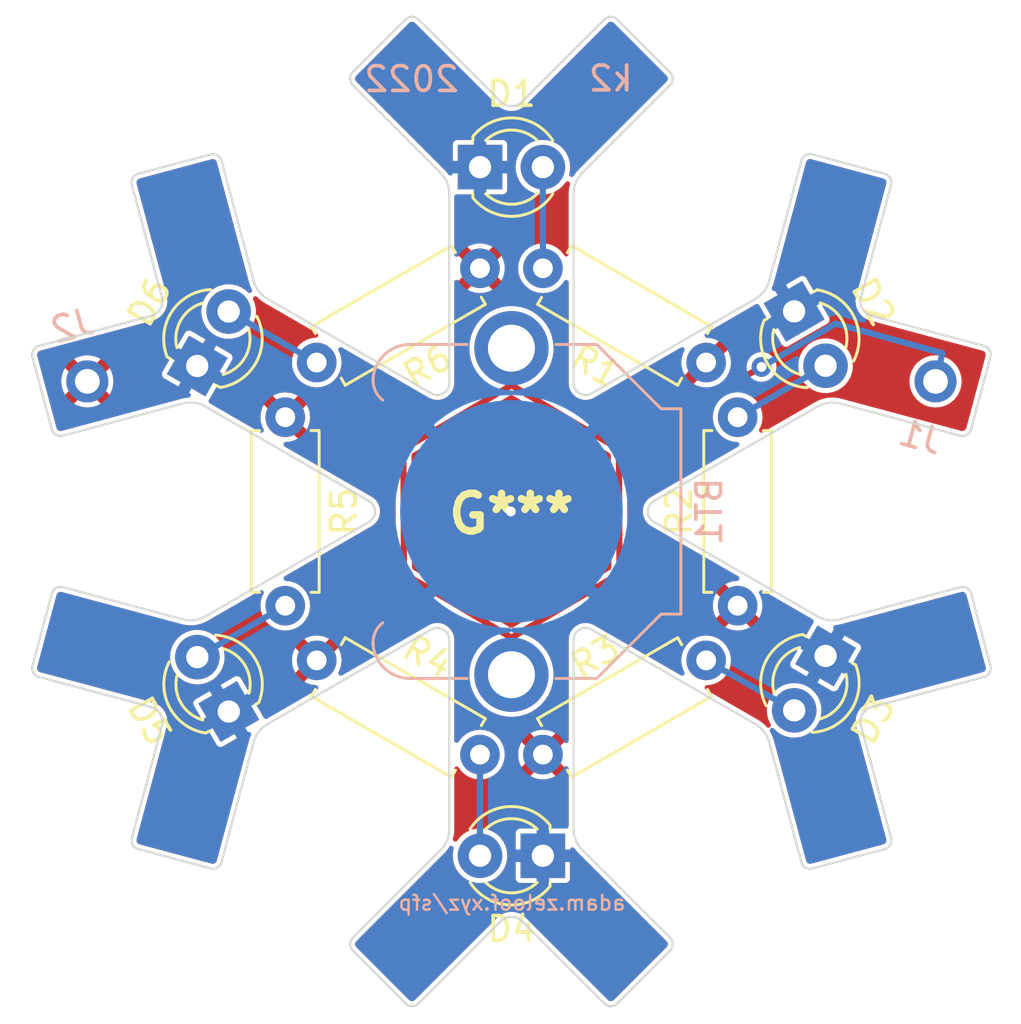
<source format=kicad_pcb>
(kicad_pcb (version 20211014) (generator pcbnew)
  (layers (0 "F.Cu" signal) (31 "B.Cu" signal) (34 "B.Paste" user) (35 "F.Paste" user) (36 "B.SilkS" user "B.Silkscreen") (37 "F.SilkS" user "F.Silkscreen") (38 "B.Mask" user) (39 "F.Mask" user) (44 "Edge.Cuts" user))
  (net 0 "")
  (net 1 "GND")
  (net 2 "Net-(D1-Pad2)")
  (net 3 "Net-(D2-Pad2)")
  (net 4 "Net-(D3-Pad2)")
  (net 5 "Net-(D4-Pad2)")
  (net 6 "Net-(D5-Pad2)")
  (net 7 "Net-(D6-Pad2)")
  (net 8 "VCC")
  (net 9 "Net-(BT1-Pad1)")
  (footprint "LED_THT:LED_D3.0mm" (layer "F.Cu") (at 157.48 82.042 -120)
    (fp_text reference "D3" (at 1.27 -2.96 60) (layer "F.SilkS"))
    (fp_text value "LED")
    (fp_line (start -0.29 -1.236) (end -0.29 -1.08) (layer "F.SilkS") (width 0.12))
    (fp_line (start -0.29 1.08) (end -0.29 1.236) (layer "F.SilkS") (width 0.12))
    (fp_arc (start 2.31113 1.079837) (mid 1.270117 1.5) (end 0.229039 1.08) (layer "F.SilkS") (width 0.12))
    (fp_arc (start -0.29 -1.235516) (mid 1.366488 -1.987659) (end 2.942335 -1.078608) (layer "F.SilkS") (width 0.12))
    (fp_arc (start 2.942335 1.078608) (mid 1.366487 1.987659) (end -0.29 1.235516) (layer "F.SilkS") (width 0.12))
    (fp_arc (start 0.229039 -1.08) (mid 1.270117 -1.5) (end 2.31113 -1.079837) (layer "F.SilkS") (width 0.12))
    (pad "1" thru_hole rect (at 0 0 240) (size 1.8 1.8) (drill 0.9) (layers *.Cu *.Mask) (net 1 "GND"))
    (pad "2" thru_hole circle (at 2.54 0 240) (size 1.8 1.8) (drill 0.9) (layers *.Cu *.Mask) (net 4 "Net-(D3-Pad2)"))
  )
  (footprint "Resistor_THT:R_Axial_DIN0207_L6.3mm_D2.5mm_P7.62mm_Horizontal" (layer "F.Cu") (at 153.924 80.01 90)
    (fp_text reference "R2" (at 3.81 -2.37 90) (layer "F.SilkS"))
    (fp_text value "R_US")
    (fp_line (start 0.54 1.37) (end 7.08 1.37) (layer "F.SilkS") (width 0.12))
    (fp_line (start 0.54 -1.37) (end 7.08 -1.37) (layer "F.SilkS") (width 0.12))
    (fp_line (start 0.54 1.04) (end 0.54 1.37) (layer "F.SilkS") (width 0.12))
    (fp_line (start 7.08 1.37) (end 7.08 1.04) (layer "F.SilkS") (width 0.12))
    (fp_line (start 7.08 -1.37) (end 7.08 -1.04) (layer "F.SilkS") (width 0.12))
    (fp_line (start 0.54 -1.04) (end 0.54 -1.37) (layer "F.SilkS") (width 0.12))
    (pad "1" thru_hole circle (at 0 0 90) (size 1.6 1.6) (drill 0.8) (layers *.Cu *.Mask) (net 8 "VCC"))
    (pad "2" thru_hole oval (at 7.62 0 90) (size 1.6 1.6) (drill 0.8) (layers *.Cu *.Mask) (net 3 "Net-(D2-Pad2)"))
  )
  (footprint "LED_THT:LED_D3.0mm" (layer "F.Cu") (at 143.51 62.2808)
    (fp_text reference "D1" (at 1.27 -2.96) (layer "F.SilkS"))
    (fp_text value "LED")
    (fp_line (start -0.29 -1.236) (end -0.29 -1.08) (layer "F.SilkS") (width 0.12))
    (fp_line (start -0.29 1.08) (end -0.29 1.236) (layer "F.SilkS") (width 0.12))
    (fp_arc (start 0.229039 -1.08) (mid 1.270117 -1.5) (end 2.31113 -1.079837) (layer "F.SilkS") (width 0.12))
    (fp_arc (start -0.29 -1.235516) (mid 1.366487 -1.987659) (end 2.942335 -1.078608) (layer "F.SilkS") (width 0.12))
    (fp_arc (start 2.31113 1.079837) (mid 1.270117 1.5) (end 0.229039 1.08) (layer "F.SilkS") (width 0.12))
    (fp_arc (start 2.942335 1.078608) (mid 1.366487 1.987659) (end -0.29 1.235516) (layer "F.SilkS") (width 0.12))
    (pad "1" thru_hole rect (at 0 0) (size 1.8 1.8) (drill 0.9) (layers *.Cu *.Mask) (net 1 "GND"))
    (pad "2" thru_hole circle (at 2.54 0) (size 1.8 1.8) (drill 0.9) (layers *.Cu *.Mask) (net 2 "Net-(D1-Pad2)"))
  )
  (footprint "Resistor_THT:R_Axial_DIN0207_L6.3mm_D2.5mm_P7.62mm_Horizontal" (layer "F.Cu") (at 146.052444 86.0298 30)
    (fp_text reference "R3" (at 3.81 -2.37 30) (layer "F.SilkS"))
    (fp_text value "R_US")
    (fp_line (start 0.54 1.37) (end 7.08 1.37) (layer "F.SilkS") (width 0.12))
    (fp_line (start 0.54 -1.37) (end 7.08 -1.37) (layer "F.SilkS") (width 0.12))
    (fp_line (start 0.54 1.04) (end 0.54 1.37) (layer "F.SilkS") (width 0.12))
    (fp_line (start 7.08 -1.37) (end 7.08 -1.04) (layer "F.SilkS") (width 0.12))
    (fp_line (start 0.54 -1.04) (end 0.54 -1.37) (layer "F.SilkS") (width 0.12))
    (fp_line (start 7.08 1.37) (end 7.08 1.04) (layer "F.SilkS") (width 0.12))
    (pad "1" thru_hole circle (at 0 0 30) (size 1.6 1.6) (drill 0.8) (layers *.Cu *.Mask) (net 8 "VCC"))
    (pad "2" thru_hole oval (at 7.62 0 30) (size 1.6 1.6) (drill 0.8) (layers *.Cu *.Mask) (net 4 "Net-(D3-Pad2)"))
  )
  (footprint "snowflake-brooch-footprints:hex" (layer "F.Cu") (at 144.78 76.2254)
    (fp_text reference "G***" (at 0 0.0762) (layer "F.SilkS") (effects (font (size 1.524 1.524) (thickness 0.3))))
    (fp_text value "LOGO" hide)
  )
  (footprint "LED_THT:LED_D3.0mm" (layer "F.Cu") (at 132.0775 70.319183 60)
    (fp_text reference "D6" (at 1.27 -2.96 60) (layer "F.SilkS"))
    (fp_text value "LED")
    (fp_line (start -0.29 -1.236) (end -0.29 -1.08) (layer "F.SilkS") (width 0.12))
    (fp_line (start -0.29 1.08) (end -0.29 1.236) (layer "F.SilkS") (width 0.12))
    (fp_arc (start -0.29 -1.235516) (mid 1.366488 -1.987659) (end 2.942335 -1.078608) (layer "F.SilkS") (width 0.12))
    (fp_arc (start 2.31113 1.079837) (mid 1.270117 1.5) (end 0.229039 1.08) (layer "F.SilkS") (width 0.12))
    (fp_arc (start 2.942335 1.078608) (mid 1.366487 1.987659) (end -0.29 1.235516) (layer "F.SilkS") (width 0.12))
    (fp_arc (start 0.229039 -1.08) (mid 1.270117 -1.5) (end 2.31113 -1.079837) (layer "F.SilkS") (width 0.12))
    (pad "1" thru_hole rect (at 0 0 60) (size 1.8 1.8) (drill 0.9) (layers *.Cu *.Mask) (net 1 "GND"))
    (pad "2" thru_hole circle (at 2.54 0 60) (size 1.8 1.8) (drill 0.9) (layers *.Cu *.Mask) (net 7 "Net-(D6-Pad2)"))
  )
  (footprint "LED_THT:LED_D3.0mm" (layer "F.Cu") (at 133.3525 84.289183 120)
    (fp_text reference "D5" (at 1.27 -2.96 120) (layer "F.SilkS"))
    (fp_text value "LED")
    (fp_line (start -0.29 -1.236) (end -0.29 -1.08) (layer "F.SilkS") (width 0.12))
    (fp_line (start -0.29 1.08) (end -0.29 1.236) (layer "F.SilkS") (width 0.12))
    (fp_arc (start 2.31113 1.079837) (mid 1.270118 1.5) (end 0.229039 1.08) (layer "F.SilkS") (width 0.12))
    (fp_arc (start 0.229039 -1.08) (mid 1.270118 -1.5) (end 2.31113 -1.079837) (layer "F.SilkS") (width 0.12))
    (fp_arc (start -0.29 -1.235516) (mid 1.366487 -1.987659) (end 2.942335 -1.078608) (layer "F.SilkS") (width 0.12))
    (fp_arc (start 2.942335 1.078608) (mid 1.366487 1.987659) (end -0.29 1.235516) (layer "F.SilkS") (width 0.12))
    (pad "1" thru_hole rect (at 0 0 120) (size 1.8 1.8) (drill 0.9) (layers *.Cu *.Mask) (net 1 "GND"))
    (pad "2" thru_hole circle (at 2.54 0 120) (size 1.8 1.8) (drill 0.9) (layers *.Cu *.Mask) (net 6 "Net-(D5-Pad2)"))
  )
  (footprint "Resistor_THT:R_Axial_DIN0207_L6.3mm_D2.5mm_P7.62mm_Horizontal" (layer "F.Cu") (at 136.908444 82.2198 -30)
    (fp_text reference "R4" (at 3.81 -2.37 150) (layer "F.SilkS"))
    (fp_text value "R_US")
    (fp_line (start 7.08 1.37) (end 7.08 1.04) (layer "F.SilkS") (width 0.12))
    (fp_line (start 0.54 1.04) (end 0.54 1.37) (layer "F.SilkS") (width 0.12))
    (fp_line (start 0.54 -1.04) (end 0.54 -1.37) (layer "F.SilkS") (width 0.12))
    (fp_line (start 0.54 1.37) (end 7.08 1.37) (layer "F.SilkS") (width 0.12))
    (fp_line (start 0.54 -1.37) (end 7.08 -1.37) (layer "F.SilkS") (width 0.12))
    (fp_line (start 7.08 -1.37) (end 7.08 -1.04) (layer "F.SilkS") (width 0.12))
    (pad "1" thru_hole circle (at 0 0 330) (size 1.6 1.6) (drill 0.8) (layers *.Cu *.Mask) (net 8 "VCC"))
    (pad "2" thru_hole oval (at 7.62 0 330) (size 1.6 1.6) (drill 0.8) (layers *.Cu *.Mask) (net 5 "Net-(D4-Pad2)"))
  )
  (footprint "Resistor_THT:R_Axial_DIN0207_L6.3mm_D2.5mm_P7.62mm_Horizontal" (layer "F.Cu") (at 143.507557 66.3702 -150)
    (fp_text reference "R6" (at 3.81 -2.37 30) (layer "F.SilkS"))
    (fp_text value "R_US")
    (fp_line (start 7.08 -1.37) (end 7.08 -1.04) (layer "F.SilkS") (width 0.12))
    (fp_line (start 0.54 1.04) (end 0.54 1.37) (layer "F.SilkS") (width 0.12))
    (fp_line (start 0.54 -1.04) (end 0.54 -1.37) (layer "F.SilkS") (width 0.12))
    (fp_line (start 0.54 -1.37) (end 7.08 -1.37) (layer "F.SilkS") (width 0.12))
    (fp_line (start 7.08 1.37) (end 7.08 1.04) (layer "F.SilkS") (width 0.12))
    (fp_line (start 0.54 1.37) (end 7.08 1.37) (layer "F.SilkS") (width 0.12))
    (pad "1" thru_hole circle (at 0 0 210) (size 1.6 1.6) (drill 0.8) (layers *.Cu *.Mask) (net 8 "VCC"))
    (pad "2" thru_hole oval (at 7.62 0 210) (size 1.6 1.6) (drill 0.8) (layers *.Cu *.Mask) (net 7 "Net-(D6-Pad2)"))
  )
  (footprint "LED_THT:LED_D3.0mm" (layer "F.Cu") (at 156.2075 68.110818 -60)
    (fp_text reference "D2" (at 1.27 -2.96 120) (layer "F.SilkS"))
    (fp_text value "LED")
    (fp_line (start -0.29 -1.236) (end -0.29 -1.08) (layer "F.SilkS") (width 0.12))
    (fp_line (start -0.29 1.08) (end -0.29 1.236) (layer "F.SilkS") (width 0.12))
    (fp_arc (start 2.31113 1.079837) (mid 1.270118 1.5) (end 0.229039 1.08) (layer "F.SilkS") (width 0.12))
    (fp_arc (start 2.942335 1.078608) (mid 1.366487 1.987659) (end -0.29 1.235516) (layer "F.SilkS") (width 0.12))
    (fp_arc (start 0.229039 -1.08) (mid 1.270118 -1.5) (end 2.31113 -1.079837) (layer "F.SilkS") (width 0.12))
    (fp_arc (start -0.29 -1.235516) (mid 1.366487 -1.987659) (end 2.942335 -1.078608) (layer "F.SilkS") (width 0.12))
    (pad "1" thru_hole rect (at 0 0 300) (size 1.8 1.8) (drill 0.9) (layers *.Cu *.Mask) (net 1 "GND"))
    (pad "2" thru_hole circle (at 2.54 0 300) (size 1.8 1.8) (drill 0.9) (layers *.Cu *.Mask) (net 3 "Net-(D2-Pad2)"))
  )
  (footprint "LED_THT:LED_D3.0mm" (layer "F.Cu") (at 146.05 90.1192 180)
    (fp_text reference "D4" (at 1.27 -2.96) (layer "F.SilkS"))
    (fp_text value "LED")
    (fp_line (start -0.29 -1.236) (end -0.29 -1.08) (layer "F.SilkS") (width 0.12))
    (fp_line (start -0.29 1.08) (end -0.29 1.236) (layer "F.SilkS") (width 0.12))
    (fp_arc (start 2.31113 1.079837) (mid 1.270117 1.5) (end 0.229039 1.08) (layer "F.SilkS") (width 0.12))
    (fp_arc (start 0.229039 -1.08) (mid 1.270117 -1.5) (end 2.31113 -1.079837) (layer "F.SilkS") (width 0.12))
    (fp_arc (start 2.942335 1.078608) (mid 1.366487 1.987659) (end -0.29 1.235516) (layer "F.SilkS") (width 0.12))
    (fp_arc (start -0.29 -1.235516) (mid 1.366487 -1.987659) (end 2.942335 -1.078608) (layer "F.SilkS") (width 0.12))
    (pad "1" thru_hole rect (at 0 0 180) (size 1.8 1.8) (drill 0.9) (layers *.Cu *.Mask) (net 1 "GND"))
    (pad "2" thru_hole circle (at 2.54 0 180) (size 1.8 1.8) (drill 0.9) (layers *.Cu *.Mask) (net 5 "Net-(D4-Pad2)"))
  )
  (footprint "Resistor_THT:R_Axial_DIN0207_L6.3mm_D2.5mm_P7.62mm_Horizontal" (layer "F.Cu") (at 135.636 72.39 -90)
    (fp_text reference "R5" (at 3.81 -2.37 90) (layer "F.SilkS"))
    (fp_text value "R_US")
    (fp_line (start 7.08 1.37) (end 7.08 1.04) (layer "F.SilkS") (width 0.12))
    (fp_line (start 0.54 1.04) (end 0.54 1.37) (layer "F.SilkS") (width 0.12))
    (fp_line (start 0.54 1.37) (end 7.08 1.37) (layer "F.SilkS") (width 0.12))
    (fp_line (start 0.54 -1.04) (end 0.54 -1.37) (layer "F.SilkS") (width 0.12))
    (fp_line (start 0.54 -1.37) (end 7.08 -1.37) (layer "F.SilkS") (width 0.12))
    (fp_line (start 7.08 -1.37) (end 7.08 -1.04) (layer "F.SilkS") (width 0.12))
    (pad "1" thru_hole circle (at 0 0 270) (size 1.6 1.6) (drill 0.8) (layers *.Cu *.Mask) (net 8 "VCC"))
    (pad "2" thru_hole oval (at 7.62 0 270) (size 1.6 1.6) (drill 0.8) (layers *.Cu *.Mask) (net 6 "Net-(D5-Pad2)"))
  )
  (footprint "Resistor_THT:R_Axial_DIN0207_L6.3mm_D2.5mm_P7.62mm_Horizontal" (layer "F.Cu") (at 152.651557 70.1802 150)
    (fp_text reference "R1" (at 3.81 -2.37 150) (layer "F.SilkS"))
    (fp_text value "R_US")
    (fp_line (start 0.54 -1.37) (end 7.08 -1.37) (layer "F.SilkS") (width 0.12))
    (fp_line (start 0.54 -1.04) (end 0.54 -1.37) (layer "F.SilkS") (width 0.12))
    (fp_line (start 0.54 1.04) (end 0.54 1.37) (layer "F.SilkS") (width 0.12))
    (fp_line (start 7.08 1.37) (end 7.08 1.04) (layer "F.SilkS") (width 0.12))
    (fp_line (start 7.08 -1.37) (end 7.08 -1.04) (layer "F.SilkS") (width 0.12))
    (fp_line (start 0.54 1.37) (end 7.08 1.37) (layer "F.SilkS") (width 0.12))
    (pad "1" thru_hole circle (at 0 0 150) (size 1.6 1.6) (drill 0.8) (layers *.Cu *.Mask) (net 8 "VCC"))
    (pad "2" thru_hole oval (at 7.62 0 150) (size 1.6 1.6) (drill 0.8) (layers *.Cu *.Mask) (net 2 "Net-(D1-Pad2)"))
  )
  (footprint "Connector_PinHeader_2.54mm:PinHeader_1x01_P2.54mm_Vertical" (layer "B.Cu") (at 127.635 70.9422 -165)
    (fp_text reference "J2" (at 0 2.33 15) (layer "B.SilkS") (effects (justify mirror)))
    (fp_text value "Pin")
    (pad "1" thru_hole circle (at 0 0 195) (size 1.7 1.7) (drill 1) (layers *.Cu *.Mask) (net 8 "VCC"))
  )
  (footprint "Battery:BatteryHolder_Keystone_3001_1x12mm" (layer "B.Cu") (at 144.78 76.2 90)
    (fp_text reference "BT1" (at 0 8 270) (layer "B.SilkS") (effects (justify mirror)))
    (fp_text value "Battery")
    (fp_line (start -6.75 3.45) (end -4.15 6.05) (layer "B.SilkS") (width 0.12))
    (fp_line (start -6.75 -1.8) (end -6.75 -4.1) (layer "B.SilkS") (width 0.12))
    (fp_line (start 4.15 6.85) (end 4.15 6.05) (layer "B.SilkS") (width 0.12))
    (fp_line (start 6.75 -1.8) (end 6.75 -4.1) (layer "B.SilkS") (width 0.12))
    (fp_line (start -6.75 1.8) (end -6.75 3.45) (layer "B.SilkS") (width 0.12))
    (fp_line (start 4.15 6.05) (end 6.75 3.45) (layer "B.SilkS") (width 0.12))
    (fp_line (start -4.15 6.85) (end 4.15 6.85) (layer "B.SilkS") (width 0.12))
    (fp_line (start 6.75 3.45) (end 6.75 1.8) (layer "B.SilkS") (width 0.12))
    (fp_line (start -4.15 6.05) (end -4.15 6.85) (layer "B.SilkS") (width 0.12))
    (fp_arc (start -6.75 -4.05) (mid -6.346016 -5.125305) (end -5.3 -5.6) (layer "B.SilkS") (width 0.12))
    (fp_arc (start 5.3 -5.6) (mid 6.346016 -5.125305) (end 6.75 -4.05) (layer "B.SilkS") (width 0.12))
    (fp_arc (start -5.414615 -5.58416) (mid -4.90584 -5.514615) (end -4.5 -5.2) (layer "B.SilkS") (width 0.12))
    (fp_arc (start 4.5 -5.2) (mid 4.90584 -5.514615) (end 5.414615 -5.58416) (layer "B.SilkS") (width 0.12))
    (pad "1" thru_hole circle (at -6.6 0 90) (size 3 3) (drill 1.9) (layers *.Cu *.Mask) (net 9 "Net-(BT1-Pad1)"))
    (pad "1" thru_hole circle (at 6.6 0 90) (size 3 3) (drill 1.9) (layers *.Cu *.Mask) (net 9 "Net-(BT1-Pad1)"))
    (pad "2" smd circle (at 0 0 90) (size 9 9) (layers "B.Cu" "B.Mask") (net 1 "GND"))
  )
  (footprint "Connector_PinHeader_2.54mm:PinHeader_1x01_P2.54mm_Vertical" (layer "B.Cu") (at 161.925 70.9422 -15)
    (fp_text reference "J1" (at 0 2.33 165) (layer "B.SilkS") (effects (justify mirror)))
    (fp_text value "Pin")
    (pad "1" thru_hole circle (at 0 0 345) (size 1.7 1.7) (drill 1) (layers *.Cu *.Mask) (net 9 "Net-(BT1-Pad1)"))
  )
  (gr_curve (pts (xy 162.918755 73.137817) (xy 162.918755 73.137817) (xy 158.060642 71.83609) (xy 158.060642 71.83609)) (layer "Edge.Cuts") (width 0.09))
  (gr_curve (pts (xy 142.268043 71.006533) (xy 142.268043 71.006533) (xy 142.268043 63.35949) (xy 142.268043 63.35949)) (layer "Edge.Cuts") (width 0.09))
  (gr_curve (pts (xy 125.414235 82.445933) (xy 125.414235 82.445933) (xy 126.198884 79.51758) (xy 126.198884 79.51758)) (layer "Edge.Cuts") (width 0.09))
  (gr_curve (pts (xy 133.058694 90.377531) (xy 133.007066 90.570212) (xy 132.809014 90.684557) (xy 132.616334 90.632929)) (layer "Edge.Cuts") (width 0.09))
  (gr_curve (pts (xy 138.362551 58.449492) (xy 138.362551 58.449492) (xy 140.506254 56.305789) (xy 140.506254 56.305789)) (layer "Edge.Cuts") (width 0.09))
  (gr_curve (pts (xy 156.501306 90.377531) (xy 156.501306 90.377531) (xy 155.199578 85.519418) (xy 155.199578 85.519418)) (layer "Edge.Cuts") (width 0.09))
  (gr_curve (pts (xy 147.641063 62.516672) (xy 147.417534 62.740201) (xy 147.291957 63.043372) (xy 147.291957 63.35949)) (layer "Edge.Cuts") (width 0.09))
  (gr_curve (pts (xy 145.213629 59.635113) (xy 145.213629 59.635113) (xy 148.542953 56.305789) (xy 148.542953 56.305789)) (layer "Edge.Cuts") (width 0.09))
  (gr_curve (pts (xy 159.872019 89.848279) (xy 159.872019 89.848279) (xy 156.943667 90.632929) (xy 156.943667 90.632929)) (layer "Edge.Cuts") (width 0.09))
  (gr_curve (pts (xy 126.641245 79.262183) (xy 126.641245 79.262183) (xy 131.499359 80.563911) (xy 131.499359 80.563911)) (layer "Edge.Cuts") (width 0.09))
  (gr_curve (pts (xy 134.91577 67.604327) (xy 134.91577 67.604327) (xy 141.538304 71.427848) (xy 141.538304 71.427848)) (layer "Edge.Cuts") (width 0.09))
  (gr_curve (pts (xy 132.616334 61.767072) (xy 132.809014 61.715444) (xy 133.007066 61.829789) (xy 133.058694 62.022469)) (layer "Edge.Cuts") (width 0.09))
  (gr_curve (pts (xy 150.533653 75.778685) (xy 150.209324 75.965936) (xy 150.209324 76.434064) (xy 150.533653 76.621316)) (layer "Edge.Cuts") (width 0.09))
  (gr_curve (pts (xy 144.346372 59.635113) (xy 144.585858 59.8746) (xy 144.974142 59.8746) (xy 145.213629 59.635113)) (layer "Edge.Cuts") (width 0.09))
  (gr_curve (pts (xy 129.432584 89.405918) (xy 129.432584 89.405918) (xy 130.651201 84.857977) (xy 130.651201 84.857977)) (layer "Edge.Cuts") (width 0.09))
  (gr_curve (pts (xy 155.199578 85.519418) (xy 155.117761 85.214071) (xy 154.917996 84.953733) (xy 154.64423 84.795674)) (layer "Edge.Cuts") (width 0.09))
  (gr_curve (pts (xy 138.362551 93.950509) (xy 138.221499 93.809457) (xy 138.221499 93.580766) (xy 138.362551 93.439715)) (layer "Edge.Cuts") (width 0.09))
  (gr_curve (pts (xy 134.360422 66.880583) (xy 134.442239 67.185929) (xy 134.642004 67.446268) (xy 134.91577 67.604327)) (layer "Edge.Cuts") (width 0.09))
  (gr_curve (pts (xy 164.145766 82.445933) (xy 164.197394 82.638613) (xy 164.083049 82.836665) (xy 163.890369 82.888294)) (layer "Edge.Cuts") (width 0.09))
  (gr_curve (pts (xy 147.641063 89.883329) (xy 147.641063 89.883329) (xy 151.197449 93.439715) (xy 151.197449 93.439715)) (layer "Edge.Cuts") (width 0.09))
  (gr_curve (pts (xy 142.268043 89.040511) (xy 142.268043 89.040511) (xy 142.268043 81.393467) (xy 142.268043 81.393467)) (layer "Edge.Cuts") (width 0.09))
  (gr_curve (pts (xy 158.060642 71.83609) (xy 157.755295 71.754272) (xy 157.429953 71.797104) (xy 157.156187 71.955163)) (layer "Edge.Cuts") (width 0.09))
  (gr_curve (pts (xy 141.918937 89.883329) (xy 142.142466 89.659799) (xy 142.268043 89.356629) (xy 142.268043 89.040511)) (layer "Edge.Cuts") (width 0.09))
  (gr_curve (pts (xy 126.198884 79.51758) (xy 126.250513 79.3249) (xy 126.448565 79.210555) (xy 126.641245 79.262183)) (layer "Edge.Cuts") (width 0.09))
  (gr_curve (pts (xy 151.197449 58.449492) (xy 151.338501 58.590544) (xy 151.338501 58.819234) (xy 151.197449 58.960286)) (layer "Edge.Cuts") (width 0.09))
  (gr_curve (pts (xy 145.213629 92.764888) (xy 144.974142 92.525401) (xy 144.585858 92.525401) (xy 144.346372 92.764888)) (layer "Edge.Cuts") (width 0.09))
  (gr_curve (pts (xy 156.943667 90.632929) (xy 156.750986 90.684557) (xy 156.552935 90.570212) (xy 156.501306 90.377531)) (layer "Edge.Cuts") (width 0.09))
  (gr_curve (pts (xy 138.362551 58.960286) (xy 138.221499 58.819234) (xy 138.221499 58.590544) (xy 138.362551 58.449492)) (layer "Edge.Cuts") (width 0.09))
  (gr_curve (pts (xy 149.053747 96.094211) (xy 148.912695 96.235263) (xy 148.684004 96.235263) (xy 148.542953 96.094211)) (layer "Edge.Cuts") (width 0.09))
  (gr_curve (pts (xy 130.651201 84.857977) (xy 130.738859 84.530833) (xy 130.544717 84.194569) (xy 130.217573 84.106911)) (layer "Edge.Cuts") (width 0.09))
  (gr_curve (pts (xy 163.890369 69.511707) (xy 164.083049 69.563336) (xy 164.197394 69.761387) (xy 164.145766 69.954068)) (layer "Edge.Cuts") (width 0.09))
  (gr_curve (pts (xy 162.918755 79.262183) (xy 163.111436 79.210555) (xy 163.309487 79.3249) (xy 163.361116 79.51758)) (layer "Edge.Cuts") (width 0.09))
  (gr_curve (pts (xy 129.687981 89.848279) (xy 129.495301 89.79665) (xy 129.380956 89.598599) (xy 129.432584 89.405918)) (layer "Edge.Cuts") (width 0.09))
  (gr_curve (pts (xy 163.890369 82.888294) (xy 163.890369 82.888294) (xy 159.342428 84.106911) (xy 159.342428 84.106911)) (layer "Edge.Cuts") (width 0.09))
  (gr_curve (pts (xy 148.021696 71.427848) (xy 148.021696 71.427848) (xy 154.64423 67.604327) (xy 154.64423 67.604327)) (layer "Edge.Cuts") (width 0.09))
  (gr_curve (pts (xy 155.199578 66.880583) (xy 155.199578 66.880583) (xy 156.501306 62.022469) (xy 156.501306 62.022469)) (layer "Edge.Cuts") (width 0.09))
  (gr_curve (pts (xy 160.127416 89.405918) (xy 160.179045 89.598599) (xy 160.0647 89.79665) (xy 159.872019 89.848279)) (layer "Edge.Cuts") (width 0.09))
  (gr_curve (pts (xy 147.291957 63.35949) (xy 147.291957 63.35949) (xy 147.291957 71.006533) (xy 147.291957 71.006533)) (layer "Edge.Cuts") (width 0.09))
  (gr_curve (pts (xy 141.017048 96.094211) (xy 140.875996 96.235263) (xy 140.647306 96.235263) (xy 140.506254 96.094211)) (layer "Edge.Cuts") (width 0.09))
  (gr_curve (pts (xy 148.542953 56.305789) (xy 148.684004 56.164737) (xy 148.912695 56.164737) (xy 149.053747 56.305789)) (layer "Edge.Cuts") (width 0.09))
  (gr_curve (pts (xy 132.403813 71.955163) (xy 132.130047 71.797104) (xy 131.804705 71.754272) (xy 131.499359 71.83609)) (layer "Edge.Cuts") (width 0.09))
  (gr_curve (pts (xy 158.060642 80.563911) (xy 158.060642 80.563911) (xy 162.918755 79.262183) (xy 162.918755 79.262183)) (layer "Edge.Cuts") (width 0.09))
  (gr_curve (pts (xy 129.687981 62.551722) (xy 129.687981 62.551722) (xy 132.616334 61.767072) (xy 132.616334 61.767072)) (layer "Edge.Cuts") (width 0.09))
  (gr_curve (pts (xy 148.542953 96.094211) (xy 148.542953 96.094211) (xy 145.213629 92.764888) (xy 145.213629 92.764888)) (layer "Edge.Cuts") (width 0.09))
  (gr_curve (pts (xy 164.145766 69.954068) (xy 164.145766 69.954068) (xy 163.361116 72.88242) (xy 163.361116 72.88242)) (layer "Edge.Cuts") (width 0.09))
  (gr_curve (pts (xy 144.346372 92.764888) (xy 144.346372 92.764888) (xy 141.017048 96.094211) (xy 141.017048 96.094211)) (layer "Edge.Cuts") (width 0.09))
  (gr_curve (pts (xy 141.538304 71.427848) (xy 141.862633 71.6151) (xy 142.268043 71.381036) (xy 142.268043 71.006533)) (layer "Edge.Cuts") (width 0.09))
  (gr_curve (pts (xy 154.64423 67.604327) (xy 154.917996 67.446268) (xy 155.117761 67.185929) (xy 155.199578 66.880583)) (layer "Edge.Cuts") (width 0.09))
  (gr_curve (pts (xy 151.197449 93.439715) (xy 151.338501 93.580766) (xy 151.338501 93.809457) (xy 151.197449 93.950509)) (layer "Edge.Cuts") (width 0.09))
  (gr_curve (pts (xy 149.053747 56.305789) (xy 149.053747 56.305789) (xy 151.197449 58.449492) (xy 151.197449 58.449492)) (layer "Edge.Cuts") (width 0.09))
  (gr_curve (pts (xy 163.361116 79.51758) (xy 163.361116 79.51758) (xy 164.145766 82.445933) (xy 164.145766 82.445933)) (layer "Edge.Cuts") (width 0.09))
  (gr_curve (pts (xy 157.156187 71.955163) (xy 157.156187 71.955163) (xy 150.533653 75.778685) (xy 150.533653 75.778685)) (layer "Edge.Cuts") (width 0.09))
  (gr_curve (pts (xy 133.058694 62.022469) (xy 133.058694 62.022469) (xy 134.360422 66.880583) (xy 134.360422 66.880583)) (layer "Edge.Cuts") (width 0.09))
  (gr_curve (pts (xy 140.506254 56.305789) (xy 140.647306 56.164737) (xy 140.875996 56.164737) (xy 141.017048 56.305789)) (layer "Edge.Cuts") (width 0.09))
  (gr_curve (pts (xy 134.91577 84.795674) (xy 134.642004 84.953733) (xy 134.442239 85.214071) (xy 134.360422 85.519418)) (layer "Edge.Cuts") (width 0.09))
  (gr_curve (pts (xy 129.432584 62.994082) (xy 129.380956 62.801402) (xy 129.495301 62.60335) (xy 129.687981 62.551722)) (layer "Edge.Cuts") (width 0.09))
  (gr_curve (pts (xy 125.414235 69.954068) (xy 125.362606 69.761387) (xy 125.476951 69.563336) (xy 125.669632 69.511707)) (layer "Edge.Cuts") (width 0.09))
  (gr_curve (pts (xy 158.908799 84.857977) (xy 158.908799 84.857977) (xy 160.127416 89.405918) (xy 160.127416 89.405918)) (layer "Edge.Cuts") (width 0.09))
  (gr_curve (pts (xy 132.616334 90.632929) (xy 132.616334 90.632929) (xy 129.687981 89.848279) (xy 129.687981 89.848279)) (layer "Edge.Cuts") (width 0.09))
  (gr_curve (pts (xy 126.198884 72.88242) (xy 126.198884 72.88242) (xy 125.414235 69.954068) (xy 125.414235 69.954068)) (layer "Edge.Cuts") (width 0.09))
  (gr_curve (pts (xy 147.291957 81.393467) (xy 147.291957 81.393467) (xy 147.291957 89.040511) (xy 147.291957 89.040511)) (layer "Edge.Cuts") (width 0.09))
  (gr_curve (pts (xy 142.268043 81.393467) (xy 142.268043 81.018965) (xy 141.862633 80.784901) (xy 141.538304 80.972152)) (layer "Edge.Cuts") (width 0.09))
  (gr_curve (pts (xy 156.943667 61.767072) (xy 156.943667 61.767072) (xy 159.872019 62.551722) (xy 159.872019 62.551722)) (layer "Edge.Cuts") (width 0.09))
  (gr_curve (pts (xy 151.197449 93.950509) (xy 151.197449 93.950509) (xy 149.053747 96.094211) (xy 149.053747 96.094211)) (layer "Edge.Cuts") (width 0.09))
  (gr_curve (pts (xy 139.026347 76.621316) (xy 139.350676 76.434064) (xy 139.350676 75.965936) (xy 139.026347 75.778685)) (layer "Edge.Cuts") (width 0.09))
  (gr_curve (pts (xy 134.360422 85.519418) (xy 134.360422 85.519418) (xy 133.058694 90.377531) (xy 133.058694 90.377531)) (layer "Edge.Cuts") (width 0.09))
  (gr_curve (pts (xy 147.291957 71.006533) (xy 147.291957 71.381036) (xy 147.697368 71.6151) (xy 148.021696 71.427848)) (layer "Edge.Cuts") (width 0.09))
  (gr_curve (pts (xy 141.017048 56.305789) (xy 141.017048 56.305789) (xy 144.346372 59.635113) (xy 144.346372 59.635113)) (layer "Edge.Cuts") (width 0.09))
  (gr_curve (pts (xy 140.506254 96.094211) (xy 140.506254 96.094211) (xy 138.362551 93.950509) (xy 138.362551 93.950509)) (layer "Edge.Cuts") (width 0.09))
  (gr_curve (pts (xy 126.641245 73.137817) (xy 126.448565 73.189446) (xy 126.250513 73.075101) (xy 126.198884 72.88242)) (layer "Edge.Cuts") (width 0.09))
  (gr_curve (pts (xy 160.127416 62.994082) (xy 160.127416 62.994082) (xy 158.908799 67.542023) (xy 158.908799 67.542023)) (layer "Edge.Cuts") (width 0.09))
  (gr_curve (pts (xy 157.156187 80.444837) (xy 157.429953 80.602896) (xy 157.755295 80.645728) (xy 158.060642 80.563911)) (layer "Edge.Cuts") (width 0.09))
  (gr_curve (pts (xy 154.64423 84.795674) (xy 154.64423 84.795674) (xy 148.021696 80.972152) (xy 148.021696 80.972152)) (layer "Edge.Cuts") (width 0.09))
  (gr_curve (pts (xy 139.026347 75.778685) (xy 139.026347 75.778685) (xy 132.403813 71.955163) (xy 132.403813 71.955163)) (layer "Edge.Cuts") (width 0.09))
  (gr_curve (pts (xy 141.538304 80.972152) (xy 141.538304 80.972152) (xy 134.91577 84.795674) (xy 134.91577 84.795674)) (layer "Edge.Cuts") (width 0.09))
  (gr_curve (pts (xy 141.918937 62.516672) (xy 141.918937 62.516672) (xy 138.362551 58.960286) (xy 138.362551 58.960286)) (layer "Edge.Cuts") (width 0.09))
  (gr_curve (pts (xy 142.268043 63.35949) (xy 142.268043 63.043372) (xy 142.142466 62.740201) (xy 141.918937 62.516672)) (layer "Edge.Cuts") (width 0.09))
  (gr_curve (pts (xy 163.361116 72.88242) (xy 163.309487 73.075101) (xy 163.111436 73.189446) (xy 162.918755 73.137817)) (layer "Edge.Cuts") (width 0.09))
  (gr_curve (pts (xy 131.499359 80.563911) (xy 131.804705 80.645728) (xy 132.130047 80.602896) (xy 132.403813 80.444837)) (layer "Edge.Cuts") (width 0.09))
  (gr_curve (pts (xy 158.908799 67.542023) (xy 158.821141 67.869168) (xy 159.015283 68.205432) (xy 159.342428 68.29309)) (layer "Edge.Cuts") (width 0.09))
  (gr_curve (pts (xy 148.021696 80.972152) (xy 147.697368 80.784901) (xy 147.291957 81.018965) (xy 147.291957 81.393467)) (layer "Edge.Cuts") (width 0.09))
  (gr_curve (pts (xy 130.217573 84.106911) (xy 130.217573 84.106911) (xy 125.669632 82.888294) (xy 125.669632 82.888294)) (layer "Edge.Cuts") (width 0.09))
  (gr_curve (pts (xy 159.342428 68.29309) (xy 159.342428 68.29309) (xy 163.890369 69.511707) (xy 163.890369 69.511707)) (layer "Edge.Cuts") (width 0.09))
  (gr_curve (pts (xy 147.291957 89.040511) (xy 147.291957 89.356629) (xy 147.417534 89.659799) (xy 147.641063 89.883329)) (layer "Edge.Cuts") (width 0.09))
  (gr_curve (pts (xy 131.499359 71.83609) (xy 131.499359 71.83609) (xy 126.641245 73.137817) (xy 126.641245 73.137817)) (layer "Edge.Cuts") (width 0.09))
  (gr_curve (pts (xy 151.197449 58.960286) (xy 151.197449 58.960286) (xy 147.641063 62.516672) (xy 147.641063 62.516672)) (layer "Edge.Cuts") (width 0.09))
  (gr_curve (pts (xy 138.362551 93.439715) (xy 138.362551 93.439715) (xy 141.918937 89.883329) (xy 141.918937 89.883329)) (layer "Edge.Cuts") (width 0.09))
  (gr_curve (pts (xy 130.651201 67.542023) (xy 130.651201 67.542023) (xy 129.432584 62.994082) (xy 129.432584 62.994082)) (layer "Edge.Cuts") (width 0.09))
  (gr_curve (pts (xy 125.669632 69.511707) (xy 125.669632 69.511707) (xy 130.217573 68.29309) (xy 130.217573 68.29309)) (layer "Edge.Cuts") (width 0.09))
  (gr_curve (pts (xy 156.501306 62.022469) (xy 156.552935 61.829789) (xy 156.750986 61.715444) (xy 156.943667 61.767072)) (layer "Edge.Cuts") (width 0.09))
  (gr_curve (pts (xy 150.533653 76.621316) (xy 150.533653 76.621316) (xy 157.156187 80.444837) (xy 157.156187 80.444837)) (layer "Edge.Cuts") (width 0.09))
  (gr_curve (pts (xy 130.217573 68.29309) (xy 130.544717 68.205432) (xy 130.738859 67.869168) (xy 130.651201 67.542023)) (layer "Edge.Cuts") (width 0.09))
  (gr_curve (pts (xy 125.669632 82.888294) (xy 125.476951 82.836665) (xy 125.362606 82.638613) (xy 125.414235 82.445933)) (layer "Edge.Cuts") (width 0.09))
  (gr_curve (pts (xy 132.403813 80.444837) (xy 132.403813 80.444837) (xy 139.026347 76.621316) (xy 139.026347 76.621316)) (layer "Edge.Cuts") (width 0.09))
  (gr_curve (pts (xy 159.872019 62.551722) (xy 160.0647 62.60335) (xy 160.179045 62.801402) (xy 160.127416 62.994082)) (layer "Edge.Cuts") (width 0.09))
  (gr_curve (pts (xy 159.342428 84.106911) (xy 159.015283 84.194569) (xy 158.821141 84.530833) (xy 158.908799 84.857977)) (layer "Edge.Cuts") (width 0.09))
  (gr_text "adam.zeloof.xyz/sfp" (at 144.8054 92.0242) (layer "B.SilkS") (effects (font (size 0.6 0.6) (thickness 0.1)) (justify mirror)))
  (gr_text "k2" (at 148.7932 58.6994) (layer "B.SilkS") (effects (font (size 1 1)) (justify mirror)))
  (gr_text "2022" (at 140.7414 58.7248) (layer "B.SilkS") (effects (font (size 1 1)) (justify mirror)))
  (via (at 144.7546 76.2) (size 0.8) (drill 0.4) (layers "F.Cu" "B.Cu") (net 1))
  (segment (start 146.05 62.2808) (end 146.052443 66.3702) (width 0.25) (layer "B.Cu") (net 2))
  (segment (start 157.4775 70.310523) (end 153.924 72.39) (width 0.25) (layer "B.Cu") (net 3))
  (segment (start 156.21 84.241705) (end 152.651558 82.2198) (width 0.25) (layer "B.Cu") (net 4))
  (segment (start 143.51 90.1192) (end 143.507558 86.0298) (width 0.25) (layer "B.Cu") (net 5))
  (segment (start 132.0825 82.089478) (end 135.636 80.01) (width 0.25) (layer "B.Cu") (net 6))
  (segment (start 133.3475 68.119478) (end 136.908443 70.1802) (width 0.25) (layer "B.Cu") (net 7))
  (segment (start 144.78 82.8) (end 144.78 81.3054) (width 0.25) (layer "F.Cu") (net 9))
  (segment (start 144.78 81.3054) (end 149.1488 78.7146) (width 0.25) (layer "F.Cu") (net 9))
  (segment (start 144.78 71.0946) (end 140.4112 73.6854) (width 0.25) (layer "F.Cu") (net 9))
  (segment (start 144.78 69.6) (end 144.78 71.0946) (width 0.25) (layer "F.Cu") (net 9))
  (segment (start 140.4366 78.7146) (end 140.4112 73.6854) (width 0.25) (layer "F.Cu") (net 9))
  (segment (start 149.1234 73.6854) (end 149.1488 78.7146) (width 0.25) (layer "F.Cu") (net 9))
  (segment (start 144.78 71.0946) (end 149.1234 73.6854) (width 0.25) (layer "F.Cu") (net 9))
  (segment (start 149.1234 73.6854) (end 154.8892 70.358) (width 0.25) (layer "F.Cu") (net 9))
  (segment (start 144.78 81.3054) (end 140.4366 78.7146) (width 0.25) (layer "F.Cu") (net 9))
  (via (at 154.8892 70.358) (size 0.8) (drill 0.4) (layers "F.Cu" "B.Cu") (net 9))
  (segment (start 154.8892 70.358) (end 157.8864 68.6054) (width 0.25) (layer "B.Cu") (net 9))
  (segment (start 157.8864 68.6054) (end 162.2044 69.7992) (width 0.25) (layer "B.Cu") (net 9))
  (segment (start 162.2044 69.7992) (end 161.925 70.9422) (width 0.25) (layer "B.Cu") (net 9))
  (zone (net 8) (net_name "VCC") (layer "F.Cu") (connect_pads (clearance 0.2)) (min_thickness 0.2) (fill yes (thermal_gap 0.2) (thermal_bridge_width 0.508))
    (polygon (pts (xy 124.1044 96.9264) (xy 165.3794 96.9264) (xy 165.3794 55.5244) (xy 124.1044 55.5244)))
  )
  (zone (net 1) (net_name "GND") (layer "F.Cu") (connect_pads (clearance 0.2)) (min_thickness 0.2) (fill yes (thermal_gap 0.2) (thermal_bridge_width 0.508))
    (polygon (pts (xy 148.9456 73.8124) (xy 148.9202 78.5876) (xy 144.78 81.0514) (xy 140.6398 78.5876) (xy 140.6398 73.8124) (xy 144.78 71.3994)))
  )
  (zone (net 1) (net_name "GND") (layer "B.Cu") (connect_pads (clearance 0.2)) (min_thickness 0.2) (fill yes (thermal_gap 0.2) (thermal_bridge_width 0.508))
    (polygon (pts (xy 165.3794 96.9264) (xy 124.1044 96.9264) (xy 124.1044 55.5244) (xy 165.3794 55.5244)))
  )
)
</source>
